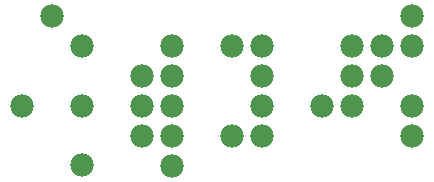
<source format=gts>
G75*
%MOIN*%
%OFA0B0*%
%FSLAX25Y25*%
%IPPOS*%
%LPD*%
%AMOC8*
5,1,8,0,0,1.08239X$1,22.5*
%
%ADD10C,0.07800*%
D10*
X0031000Y0011157D03*
X0051000Y0021000D03*
X0061000Y0021000D03*
X0081000Y0021000D03*
X0091000Y0021000D03*
X0091000Y0031000D03*
X0091000Y0041000D03*
X0091000Y0051000D03*
X0081000Y0051000D03*
X0061000Y0051000D03*
X0061000Y0041000D03*
X0051000Y0041000D03*
X0051000Y0031000D03*
X0061000Y0031000D03*
X0031000Y0030843D03*
X0011000Y0031000D03*
X0031000Y0051000D03*
X0021000Y0061000D03*
X0111000Y0031000D03*
X0121000Y0031000D03*
X0121000Y0041000D03*
X0131000Y0041000D03*
X0141000Y0031000D03*
X0141000Y0021000D03*
X0141000Y0051000D03*
X0131000Y0051000D03*
X0121000Y0051000D03*
X0141000Y0061000D03*
X0061000Y0011000D03*
M02*

</source>
